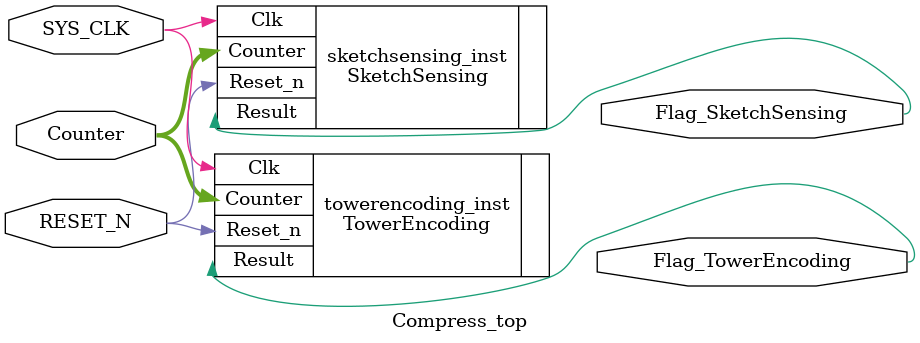
<source format=v>
`timescale 1ns / 1ps
`define PATTERN_3

module Compress_top
#(parameter
    NUM_COUNTER = 10,
    NUM_SLICE = 2,
    THRESHOLD = 20,
    SENSE_COL =3
)
(
    input           SYS_CLK,
	input           RESET_N,
	input	[31:0]	Counter,
	output          Flag_TowerEncoding,
	output         	Flag_SketchSensing
);
   
`ifdef PATTERN_1
    TowerEncoding#(
        .NUM_COUNTER    (NUM_COUNTER),
        .NUM_SLICE      (NUM_SLICE),
        .THRESHOLD		(THRESHOLD)
    )
    towerencoding_inst(
        .Clk		    (SYS_CLK),
        .Reset_n		(RESET_N),
        .Counter		(Counter),
        .Result			(Flag_TowerEncoding)
    );
`endif
    
`ifdef PATTERN_2
    SketchSensing#(
        .NUM_COUNTER	(NUM_COUNTER),
        .NUM_SLICE		(NUM_SLICE),
        .THRESHOLD		(THRESHOLD),
	   .SENSE_COL		(SENSE_COL)
    )
    sketchsensing_inst(
        .Clk		    (SYS_CLK),
        .Reset_n		(RESET_N),
        .Counter		(Counter),
        .Result			(Flag_SketchSensing)
    );
`endif

`ifdef PATTERN_3
    TowerEncoding#(
        .NUM_COUNTER    (NUM_COUNTER),
        .NUM_SLICE      (NUM_SLICE),
        .THRESHOLD		(THRESHOLD)
    )
    towerencoding_inst(
        .Clk		    (SYS_CLK),
        .Reset_n		(RESET_N),
        .Counter		(Counter),
        .Result			(Flag_TowerEncoding)
    );
    
    SketchSensing#(
        .NUM_COUNTER	(NUM_COUNTER),
        .NUM_SLICE		(NUM_SLICE),
        .THRESHOLD		(THRESHOLD),
	   .SENSE_COL		(SENSE_COL)
    )
    sketchsensing_inst(
        .Clk		    (SYS_CLK),
        .Reset_n		(RESET_N),
        .Counter		(Counter),
        .Result			(Flag_SketchSensing)
    );
`endif

endmodule


</source>
